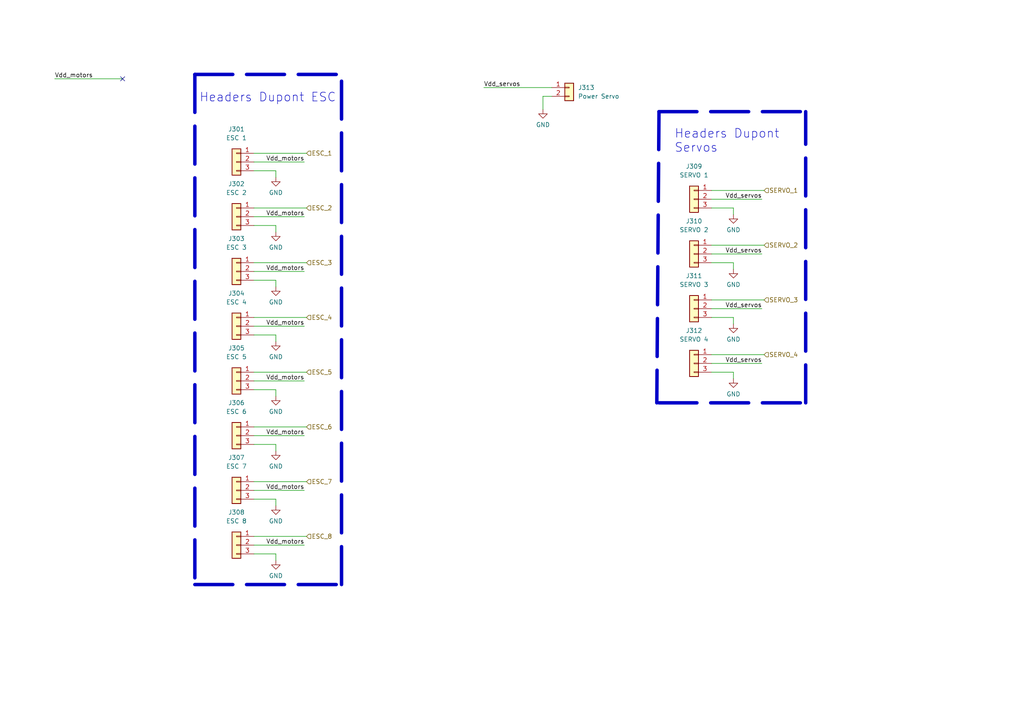
<source format=kicad_sch>
(kicad_sch (version 20211123) (generator eeschema)
  (paper "A4")
  (lib_symbols
    (symbol "Connector_Generic:Conn_01x02" (pin_names (offset 1.016) hide)
      (property "Reference" "J" (at 0 2.54 0))
      (property "Value" "Conn_01x02" (at 0 -5.08 0))
      (symbol "Conn_01x02_1_1"
        (rectangle (start -1.27 -2.413) (end 0 -2.667) (stroke (width 0.1524)))
        (rectangle (start -1.27 0.127) (end 0 -0.127) (stroke (width 0.1524)))
        (rectangle (start -1.27 1.27) (end 1.27 -3.81) (stroke (width 0.254)) (fill (type background)))
        (pin passive line (at -5.08 0 0) (length 3.81) (name "Pin_1") (number "1"))
        (pin passive line (at -5.08 -2.54 0) (length 3.81) (name "Pin_2") (number "2"))
      )
    )
    (symbol "Connector_Generic:Conn_01x03" (pin_names (offset 1.016) hide)
      (property "Reference" "J" (at 0 5.08 0))
      (property "Value" "Conn_01x03" (at 0 -5.08 0))
      (symbol "Conn_01x03_1_1"
        (rectangle (start -1.27 -2.413) (end 0 -2.667) (stroke (width 0.1524)))
        (rectangle (start -1.27 0.127) (end 0 -0.127) (stroke (width 0.1524)))
        (rectangle (start -1.27 2.667) (end 0 2.413) (stroke (width 0.1524)))
        (rectangle (start -1.27 3.81) (end 1.27 -3.81) (stroke (width 0.254)) (fill (type background)))
        (pin passive line (at -5.08 2.54 0) (length 3.81) (name "Pin_1") (number "1"))
        (pin passive line (at -5.08 0 0) (length 3.81) (name "Pin_2") (number "2"))
        (pin passive line (at -5.08 -2.54 0) (length 3.81) (name "Pin_3") (number "3"))
      )
    )
    (symbol "power:GND" (power) (pin_names (offset 0))
      (property "Value" "GND" (at 0 -3.81 0))
      (symbol "GND_0_1"
        (polyline (pts (xy 0 0) (xy 0 -1.27) (xy 1.27 -1.27) (xy 0 -2.54) (xy -1.27 -1.27) (xy 0 -1.27)))
      )
      (symbol "GND_1_1"
        (pin power_in line (at 0 0 270) (length 0) hide (name "GND") (number "1"))
      )
    )
  )
  (no_connect (at 35.56 22.86))
  (wire (pts (xy 212.725 78.105) (xy 212.725 76.2)))
  (wire (pts (xy 73.66 110.49) (xy 88.265 110.49)))
  (polyline (pts (xy 191.135 116.84) (xy 233.68 116.84)) (stroke (width 1)))
  (polyline (pts (xy 233.68 116.84) (xy 233.68 32.385)) (stroke (width 1)))
  (wire (pts (xy 73.66 155.575) (xy 88.9 155.575)))
  (wire (pts (xy 206.375 102.87) (xy 221.615 102.87)))
  (wire (pts (xy 206.375 89.535) (xy 220.98 89.535)))
  (wire (pts (xy 80.01 146.685) (xy 80.01 144.78)))
  (wire (pts (xy 73.66 62.865) (xy 88.265 62.865)))
  (wire (pts (xy 80.01 144.78) (xy 73.66 144.78)))
  (wire (pts (xy 80.01 113.03) (xy 73.66 113.03)))
  (wire (pts (xy 73.66 92.075) (xy 88.9 92.075)))
  (wire (pts (xy 206.375 57.785) (xy 220.98 57.785)))
  (wire (pts (xy 73.66 44.45) (xy 88.9 44.45)))
  (polyline (pts (xy 56.515 169.545) (xy 99.06 169.545)) (stroke (width 1)))
  (wire (pts (xy 80.01 99.06) (xy 80.01 97.155)))
  (wire (pts (xy 73.66 107.95) (xy 88.9 107.95)))
  (wire (pts (xy 206.375 55.245) (xy 221.615 55.245)))
  (wire (pts (xy 80.01 114.935) (xy 80.01 113.03)))
  (polyline (pts (xy 56.515 21.59) (xy 56.515 169.545)) (stroke (width 1)))
  (wire (pts (xy 206.375 86.995) (xy 221.615 86.995)))
  (wire (pts (xy 80.01 51.435) (xy 80.01 49.53)))
  (polyline (pts (xy 191.135 32.385) (xy 233.68 32.385)) (stroke (width 1)))
  (wire (pts (xy 80.01 49.53) (xy 73.66 49.53)))
  (wire (pts (xy 80.01 162.56) (xy 80.01 160.655)))
  (wire (pts (xy 206.375 71.12) (xy 221.615 71.12)))
  (wire (pts (xy 212.725 60.325) (xy 206.375 60.325)))
  (wire (pts (xy 73.66 142.24) (xy 88.265 142.24)))
  (wire (pts (xy 206.375 105.41) (xy 220.98 105.41)))
  (wire (pts (xy 80.01 81.28) (xy 73.66 81.28)))
  (wire (pts (xy 73.66 158.115) (xy 88.265 158.115)))
  (wire (pts (xy 73.66 78.74) (xy 88.265 78.74)))
  (wire (pts (xy 80.01 65.405) (xy 73.66 65.405)))
  (wire (pts (xy 73.66 139.7) (xy 88.9 139.7)))
  (wire (pts (xy 80.01 67.31) (xy 80.01 65.405)))
  (wire (pts (xy 73.66 123.825) (xy 88.9 123.825)))
  (wire (pts (xy 140.335 25.4) (xy 160.02 25.4)))
  (polyline (pts (xy 99.06 169.545) (xy 99.06 21.59)) (stroke (width 1)))
  (wire (pts (xy 212.725 93.98) (xy 212.725 92.075)))
  (wire (pts (xy 212.725 107.95) (xy 206.375 107.95)))
  (wire (pts (xy 80.01 130.81) (xy 80.01 128.905)))
  (wire (pts (xy 212.725 109.855) (xy 212.725 107.95)))
  (polyline (pts (xy 56.515 21.59) (xy 99.06 21.59)) (stroke (width 1)))
  (wire (pts (xy 15.875 22.86) (xy 35.56 22.86)))
  (wire (pts (xy 160.02 27.94) (xy 157.48 27.94)))
  (wire (pts (xy 73.66 76.2) (xy 88.9 76.2)))
  (wire (pts (xy 212.725 62.23) (xy 212.725 60.325)))
  (wire (pts (xy 80.01 128.905) (xy 73.66 128.905)))
  (wire (pts (xy 212.725 92.075) (xy 206.375 92.075)))
  (wire (pts (xy 80.01 160.655) (xy 73.66 160.655)))
  (wire (pts (xy 212.725 76.2) (xy 206.375 76.2)))
  (wire (pts (xy 80.01 83.185) (xy 80.01 81.28)))
  (wire (pts (xy 73.66 46.99) (xy 88.265 46.99)))
  (wire (pts (xy 73.66 126.365) (xy 88.265 126.365)))
  (wire (pts (xy 73.66 60.325) (xy 88.9 60.325)))
  (polyline (pts (xy 191.135 32.385) (xy 190.5 116.84)) (stroke (width 1)))
  (wire (pts (xy 73.66 94.615) (xy 88.265 94.615)))
  (wire (pts (xy 80.01 97.155) (xy 73.66 97.155)))
  (wire (pts (xy 157.48 27.94) (xy 157.48 31.75)))
  (wire (pts (xy 206.375 73.66) (xy 220.98 73.66)))
  (text "Headers Dupont\nServos" (at 195.58 44.45 0) (effects (font (size 2.54 2.54)) (justify left bottom)))
  (text "Headers Dupont ESC" (at 57.785 29.845 0) (effects (font (size 2.54 2.54)) (justify left bottom)))
  (label "Vdd_motors" (at 88.265 142.24 180))
  (label "Vdd_motors" (at 88.265 126.365 180))
  (label "Vdd_servos" (at 220.98 73.66 180))
  (label "Vdd_servos" (at 140.335 25.4 0))
  (label "Vdd_motors" (at 88.265 62.865 180))
  (label "Vdd_servos" (at 220.98 89.535 180))
  (label "Vdd_motors" (at 88.265 78.74 180))
  (label "Vdd_servos" (at 220.98 105.41 180))
  (label "Vdd_motors" (at 88.265 46.99 180))
  (label "Vdd_motors" (at 88.265 94.615 180))
  (label "Vdd_servos" (at 220.98 57.785 180))
  (label "Vdd_motors" (at 15.875 22.86 0))
  (label "Vdd_motors" (at 88.265 158.115 180))
  (label "Vdd_motors" (at 88.265 110.49 180))
  (hierarchical_label "ESC_5" (shape input) (at 88.9 107.95 0))
  (hierarchical_label "SERVO_2" (shape input) (at 221.615 71.12 0))
  (hierarchical_label "SERVO_1" (shape input) (at 221.615 55.245 0))
  (hierarchical_label "ESC_7" (shape input) (at 88.9 139.7 0))
  (hierarchical_label "ESC_1" (shape input) (at 88.9 44.45 0))
  (hierarchical_label "ESC_4" (shape input) (at 88.9 92.075 0))
  (hierarchical_label "ESC_8" (shape input) (at 88.9 155.575 0))
  (hierarchical_label "ESC_6" (shape input) (at 88.9 123.825 0))
  (hierarchical_label "SERVO_4" (shape input) (at 221.615 102.87 0))
  (hierarchical_label "ESC_2" (shape input) (at 88.9 60.325 0))
  (hierarchical_label "ESC_3" (shape input) (at 88.9 76.2 0))
  (hierarchical_label "SERVO_3" (shape input) (at 221.615 86.995 0))
  (symbol (lib_id "Connector_Generic:Conn_01x03") (at 201.295 89.535 0) (mirror y) (unit 1)
    (property "Reference" "J311" (at 201.295 80.01 0))
    (property "Value" "SERVO 3" (at 201.295 82.55 0))
    (property "Footprint" "TSW-101-08-G-T-RA:SAMTEC_TSW-101-08-G-T-RA" (effects hide))
  )
  (symbol (lib_id "Connector_Generic:Conn_01x03") (at 68.58 110.49 0) (mirror y) (unit 1)
    (property "Reference" "J305" (at 68.58 100.965 0))
    (property "Value" "ESC 5" (at 68.58 103.505 0))
    (property "Footprint" "TSW-101-08-G-T-RA:SAMTEC_TSW-101-08-G-T-RA" (effects hide))
  )
  (symbol (lib_id "power:GND") (at 212.725 78.105 0) (unit 1)
    (property "Reference" "#PWR019" (effects hide))
    (property "Value" "GND" (at 212.725 82.55 0))
  )
  (symbol (lib_id "power:GND") (at 80.01 146.685 0) (unit 1)
    (property "Reference" "#PWR016" (effects hide))
    (property "Value" "GND" (at 80.01 151.13 0))
  )
  (symbol (lib_id "Connector_Generic:Conn_01x03") (at 68.58 46.99 0) (mirror y) (unit 1)
    (property "Reference" "J301" (at 68.58 37.465 0))
    (property "Value" "ESC 1" (at 68.58 40.005 0))
    (property "Footprint" "TSW-101-08-G-T-RA:SAMTEC_TSW-101-08-G-T-RA" (effects hide))
  )
  (symbol (lib_id "power:GND") (at 80.01 67.31 0) (unit 1)
    (property "Reference" "#PWR011" (effects hide))
    (property "Value" "GND" (at 80.01 71.755 0))
  )
  (symbol (lib_id "power:GND") (at 80.01 130.81 0) (unit 1)
    (property "Reference" "#PWR015" (effects hide))
    (property "Value" "GND" (at 80.01 135.255 0))
  )
  (symbol (lib_id "Connector_Generic:Conn_01x03") (at 68.58 62.865 0) (mirror y) (unit 1)
    (property "Reference" "J302" (at 68.58 53.34 0))
    (property "Value" "ESC 2" (at 68.58 55.88 0))
    (property "Footprint" "TSW-101-08-G-T-RA:SAMTEC_TSW-101-08-G-T-RA" (effects hide))
  )
  (symbol (lib_id "Connector_Generic:Conn_01x03") (at 201.295 105.41 0) (mirror y) (unit 1)
    (property "Reference" "J312" (at 201.295 95.885 0))
    (property "Value" "SERVO 4" (at 201.295 98.425 0))
    (property "Footprint" "TSW-101-08-G-T-RA:SAMTEC_TSW-101-08-G-T-RA" (effects hide))
  )
  (symbol (lib_id "Connector_Generic:Conn_01x03") (at 68.58 78.74 0) (mirror y) (unit 1)
    (property "Reference" "J303" (at 68.58 69.215 0))
    (property "Value" "ESC 3" (at 68.58 71.755 0))
    (property "Footprint" "TSW-101-08-G-T-RA:SAMTEC_TSW-101-08-G-T-RA" (effects hide))
  )
  (symbol (lib_id "power:GND") (at 80.01 99.06 0) (unit 1)
    (property "Reference" "#PWR013" (effects hide))
    (property "Value" "GND" (at 80.01 103.505 0))
  )
  (symbol (lib_id "Connector_Generic:Conn_01x03") (at 201.295 57.785 0) (mirror y) (unit 1)
    (property "Reference" "J309" (at 201.295 48.26 0))
    (property "Value" "SERVO 1" (at 201.295 50.8 0))
    (property "Footprint" "TSW-101-08-G-T-RA:SAMTEC_TSW-101-08-G-T-RA" (effects hide))
  )
  (symbol (lib_id "power:GND") (at 212.725 62.23 0) (unit 1)
    (property "Reference" "#PWR018" (effects hide))
    (property "Value" "GND" (at 212.725 66.675 0))
  )
  (symbol (lib_id "power:GND") (at 212.725 109.855 0) (unit 1)
    (property "Reference" "#PWR021" (effects hide))
    (property "Value" "GND" (at 212.725 114.3 0))
  )
  (symbol (lib_id "Connector_Generic:Conn_01x03") (at 68.58 94.615 0) (mirror y) (unit 1)
    (property "Reference" "J304" (at 68.58 85.09 0))
    (property "Value" "ESC 4" (at 68.58 87.63 0))
    (property "Footprint" "TSW-101-08-G-T-RA:SAMTEC_TSW-101-08-G-T-RA" (effects hide))
  )
  (symbol (lib_id "power:GND") (at 80.01 83.185 0) (unit 1)
    (property "Reference" "#PWR012" (effects hide))
    (property "Value" "GND" (at 80.01 87.63 0))
  )
  (symbol (lib_id "power:GND") (at 212.725 93.98 0) (unit 1)
    (property "Reference" "#PWR020" (effects hide))
    (property "Value" "GND" (at 212.725 98.425 0))
  )
  (symbol (lib_id "Connector_Generic:Conn_01x03") (at 68.58 158.115 0) (mirror y) (unit 1)
    (property "Reference" "J308" (at 68.58 148.59 0))
    (property "Value" "ESC 8" (at 68.58 151.13 0))
    (property "Footprint" "TSW-101-08-G-T-RA:SAMTEC_TSW-101-08-G-T-RA" (effects hide))
  )
  (symbol (lib_id "Connector_Generic:Conn_01x02") (at 165.1 25.4 0) (unit 1)
    (property "Reference" "J313" (at 167.64 25.3999 0) (effects (justify left)))
    (property "Value" "Power Servo" (at 167.64 27.9399 0) (effects (justify left)))
    (property "Footprint" "1935161:PHOENIX_1935161" (effects hide))
  )
  (symbol (lib_id "Connector_Generic:Conn_01x03") (at 68.58 142.24 0) (mirror y) (unit 1)
    (property "Reference" "J307" (at 68.58 132.715 0))
    (property "Value" "ESC 7" (at 68.58 135.255 0))
    (property "Footprint" "TSW-101-08-G-T-RA:SAMTEC_TSW-101-08-G-T-RA" (effects hide))
  )
  (symbol (lib_id "power:GND") (at 80.01 162.56 0) (unit 1)
    (property "Reference" "#PWR017" (effects hide))
    (property "Value" "GND" (at 80.01 167.005 0))
  )
  (symbol (lib_id "power:GND") (at 80.01 114.935 0) (unit 1)
    (property "Reference" "#PWR014" (effects hide))
    (property "Value" "GND" (at 80.01 119.38 0))
  )
  (symbol (lib_id "Connector_Generic:Conn_01x03") (at 68.58 126.365 0) (mirror y) (unit 1)
    (property "Reference" "J306" (at 68.58 116.84 0))
    (property "Value" "ESC 6" (at 68.58 119.38 0))
    (property "Footprint" "TSW-101-08-G-T-RA:SAMTEC_TSW-101-08-G-T-RA" (effects hide))
  )
  (symbol (lib_id "Connector_Generic:Conn_01x03") (at 201.295 73.66 0) (mirror y) (unit 1)
    (property "Reference" "J310" (at 201.295 64.135 0))
    (property "Value" "SERVO 2" (at 201.295 66.675 0))
    (property "Footprint" "TSW-101-08-G-T-RA:SAMTEC_TSW-101-08-G-T-RA" (effects hide))
  )
  (symbol (lib_id "power:GND") (at 157.48 31.75 0) (unit 1)
    (property "Reference" "#PWR0163" (effects hide))
    (property "Value" "GND" (at 157.48 36.195 0))
  )
  (symbol (lib_id "power:GND") (at 80.01 51.435 0) (unit 1)
    (property "Reference" "#PWR010" (effects hide))
    (property "Value" "GND" (at 80.01 55.88 0))
  )
)
</source>
